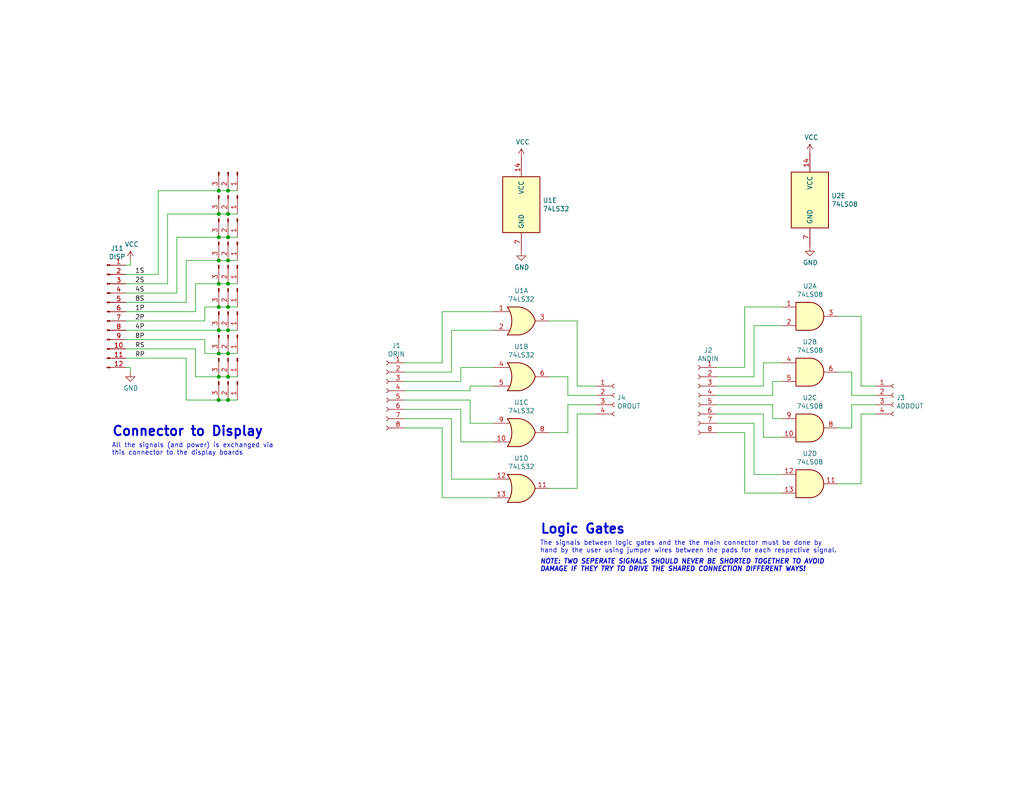
<source format=kicad_sch>
(kicad_sch (version 20211123) (generator eeschema)
  (paper "USLetter")
  (title_block (title "Clock Reset Logic") (date "2021-11-28") (rev "1") (company "Savo Bajic") (comment 1 "Configured using wires soldered between headers") (comment 2 "User configured logic for resetting counters"))
  (lib_symbols
    (symbol "74xx:74LS08" (pin_names (offset 1.016))
      (property "Reference" "U" (at 0 1.27 0))
      (property "Value" "74LS08" (at 0 -1.27 0))
      (symbol "74LS08_1_1"
        (arc (start 0 -3.81) (mid 3.81 0) (end 0 3.81) (stroke (width 0.254)) (fill (type background)))
        (polyline (pts (xy 0 3.81) (xy -3.81 3.81) (xy -3.81 -3.81) (xy 0 -3.81)) (stroke (width 0.254)) (fill (type background)))
        (pin input line (at -7.62 2.54 0) (length 3.81) (name "~") (number "1"))
        (pin input line (at -7.62 -2.54 0) (length 3.81) (name "~") (number "2"))
        (pin output line (at 7.62 0 180) (length 3.81) (name "~") (number "3"))
      )
      (symbol "74LS08_1_2"
        (arc (start -3.81 -3.81) (mid -2.589 0) (end -3.81 3.81) (stroke (width 0.254)))
        (arc (start -0.6096 -3.81) (mid 2.1855 -2.584) (end 3.81 0) (stroke (width 0.254)) (fill (type background)))
        (polyline (pts (xy -3.81 -3.81) (xy -0.635 -3.81)) (stroke (width 0.254)) (fill (type background)))
        (polyline (pts (xy -3.81 3.81) (xy -0.635 3.81)) (stroke (width 0.254)) (fill (type background)))
        (polyline (pts (xy -0.635 3.81) (xy -3.81 3.81) (xy -3.81 3.81) (xy -3.556 3.4036) (xy -3.0226 2.2606) (xy -2.6924 1.0414) (xy -2.6162 -0.254) (xy -2.7686 -1.4986) (xy -3.175 -2.7178) (xy -3.81 -3.81) (xy -3.81 -3.81) (xy -0.635 -3.81)) (stroke (width -25.4)) (fill (type background)))
        (arc (start 3.81 0) (mid 2.1928 2.5925) (end -0.6096 3.81) (stroke (width 0.254)) (fill (type background)))
        (pin input inverted (at -7.62 2.54 0) (length 4.318) (name "~") (number "1"))
        (pin input inverted (at -7.62 -2.54 0) (length 4.318) (name "~") (number "2"))
        (pin output inverted (at 7.62 0 180) (length 3.81) (name "~") (number "3"))
      )
      (symbol "74LS08_2_1"
        (arc (start 0 -3.81) (mid 3.81 0) (end 0 3.81) (stroke (width 0.254)) (fill (type background)))
        (polyline (pts (xy 0 3.81) (xy -3.81 3.81) (xy -3.81 -3.81) (xy 0 -3.81)) (stroke (width 0.254)) (fill (type background)))
        (pin input line (at -7.62 2.54 0) (length 3.81) (name "~") (number "4"))
        (pin input line (at -7.62 -2.54 0) (length 3.81) (name "~") (number "5"))
        (pin output line (at 7.62 0 180) (length 3.81) (name "~") (number "6"))
      )
      (symbol "74LS08_2_2"
        (arc (start -3.81 -3.81) (mid -2.589 0) (end -3.81 3.81) (stroke (width 0.254)))
        (arc (start -0.6096 -3.81) (mid 2.1855 -2.584) (end 3.81 0) (stroke (width 0.254)) (fill (type background)))
        (polyline (pts (xy -3.81 -3.81) (xy -0.635 -3.81)) (stroke (width 0.254)) (fill (type background)))
        (polyline (pts (xy -3.81 3.81) (xy -0.635 3.81)) (stroke (width 0.254)) (fill (type background)))
        (polyline (pts (xy -0.635 3.81) (xy -3.81 3.81) (xy -3.81 3.81) (xy -3.556 3.4036) (xy -3.0226 2.2606) (xy -2.6924 1.0414) (xy -2.6162 -0.254) (xy -2.7686 -1.4986) (xy -3.175 -2.7178) (xy -3.81 -3.81) (xy -3.81 -3.81) (xy -0.635 -3.81)) (stroke (width -25.4)) (fill (type background)))
        (arc (start 3.81 0) (mid 2.1928 2.5925) (end -0.6096 3.81) (stroke (width 0.254)) (fill (type background)))
        (pin input inverted (at -7.62 2.54 0) (length 4.318) (name "~") (number "4"))
        (pin input inverted (at -7.62 -2.54 0) (length 4.318) (name "~") (number "5"))
        (pin output inverted (at 7.62 0 180) (length 3.81) (name "~") (number "6"))
      )
      (symbol "74LS08_3_1"
        (arc (start 0 -3.81) (mid 3.81 0) (end 0 3.81) (stroke (width 0.254)) (fill (type background)))
        (polyline (pts (xy 0 3.81) (xy -3.81 3.81) (xy -3.81 -3.81) (xy 0 -3.81)) (stroke (width 0.254)) (fill (type background)))
        (pin input line (at -7.62 -2.54 0) (length 3.81) (name "~") (number "10"))
        (pin output line (at 7.62 0 180) (length 3.81) (name "~") (number "8"))
        (pin input line (at -7.62 2.54 0) (length 3.81) (name "~") (number "9"))
      )
      (symbol "74LS08_3_2"
        (arc (start -3.81 -3.81) (mid -2.589 0) (end -3.81 3.81) (stroke (width 0.254)))
        (arc (start -0.6096 -3.81) (mid 2.1855 -2.584) (end 3.81 0) (stroke (width 0.254)) (fill (type background)))
        (polyline (pts (xy -3.81 -3.81) (xy -0.635 -3.81)) (stroke (width 0.254)) (fill (type background)))
        (polyline (pts (xy -3.81 3.81) (xy -0.635 3.81)) (stroke (width 0.254)) (fill (type background)))
        (polyline (pts (xy -0.635 3.81) (xy -3.81 3.81) (xy -3.81 3.81) (xy -3.556 3.4036) (xy -3.0226 2.2606) (xy -2.6924 1.0414) (xy -2.6162 -0.254) (xy -2.7686 -1.4986) (xy -3.175 -2.7178) (xy -3.81 -3.81) (xy -3.81 -3.81) (xy -0.635 -3.81)) (stroke (width -25.4)) (fill (type background)))
        (arc (start 3.81 0) (mid 2.1928 2.5925) (end -0.6096 3.81) (stroke (width 0.254)) (fill (type background)))
        (pin input inverted (at -7.62 -2.54 0) (length 4.318) (name "~") (number "10"))
        (pin output inverted (at 7.62 0 180) (length 3.81) (name "~") (number "8"))
        (pin input inverted (at -7.62 2.54 0) (length 4.318) (name "~") (number "9"))
      )
      (symbol "74LS08_4_1"
        (arc (start 0 -3.81) (mid 3.81 0) (end 0 3.81) (stroke (width 0.254)) (fill (type background)))
        (polyline (pts (xy 0 3.81) (xy -3.81 3.81) (xy -3.81 -3.81) (xy 0 -3.81)) (stroke (width 0.254)) (fill (type background)))
        (pin output line (at 7.62 0 180) (length 3.81) (name "~") (number "11"))
        (pin input line (at -7.62 2.54 0) (length 3.81) (name "~") (number "12"))
        (pin input line (at -7.62 -2.54 0) (length 3.81) (name "~") (number "13"))
      )
      (symbol "74LS08_4_2"
        (arc (start -3.81 -3.81) (mid -2.589 0) (end -3.81 3.81) (stroke (width 0.254)))
        (arc (start -0.6096 -3.81) (mid 2.1855 -2.584) (end 3.81 0) (stroke (width 0.254)) (fill (type background)))
        (polyline (pts (xy -3.81 -3.81) (xy -0.635 -3.81)) (stroke (width 0.254)) (fill (type background)))
        (polyline (pts (xy -3.81 3.81) (xy -0.635 3.81)) (stroke (width 0.254)) (fill (type background)))
        (polyline (pts (xy -0.635 3.81) (xy -3.81 3.81) (xy -3.81 3.81) (xy -3.556 3.4036) (xy -3.0226 2.2606) (xy -2.6924 1.0414) (xy -2.6162 -0.254) (xy -2.7686 -1.4986) (xy -3.175 -2.7178) (xy -3.81 -3.81) (xy -3.81 -3.81) (xy -0.635 -3.81)) (stroke (width -25.4)) (fill (type background)))
        (arc (start 3.81 0) (mid 2.1928 2.5925) (end -0.6096 3.81) (stroke (width 0.254)) (fill (type background)))
        (pin output inverted (at 7.62 0 180) (length 3.81) (name "~") (number "11"))
        (pin input inverted (at -7.62 2.54 0) (length 4.318) (name "~") (number "12"))
        (pin input inverted (at -7.62 -2.54 0) (length 4.318) (name "~") (number "13"))
      )
      (symbol "74LS08_5_0"
        (pin power_in line (at 0 12.7 270) (length 5.08) (name "VCC") (number "14"))
        (pin power_in line (at 0 -12.7 90) (length 5.08) (name "GND") (number "7"))
      )
      (symbol "74LS08_5_1"
        (rectangle (start -5.08 7.62) (end 5.08 -7.62) (stroke (width 0.254)) (fill (type background)))
      )
    )
    (symbol "74xx:74LS32" (pin_names (offset 1.016))
      (property "Reference" "U" (at 0 1.27 0))
      (property "Value" "74LS32" (at 0 -1.27 0))
      (symbol "74LS32_1_1"
        (arc (start -3.81 -3.81) (mid -2.589 0) (end -3.81 3.81) (stroke (width 0.254)))
        (arc (start -0.6096 -3.81) (mid 2.1855 -2.584) (end 3.81 0) (stroke (width 0.254)) (fill (type background)))
        (polyline (pts (xy -3.81 -3.81) (xy -0.635 -3.81)) (stroke (width 0.254)) (fill (type background)))
        (polyline (pts (xy -3.81 3.81) (xy -0.635 3.81)) (stroke (width 0.254)) (fill (type background)))
        (polyline (pts (xy -0.635 3.81) (xy -3.81 3.81) (xy -3.81 3.81) (xy -3.556 3.4036) (xy -3.0226 2.2606) (xy -2.6924 1.0414) (xy -2.6162 -0.254) (xy -2.7686 -1.4986) (xy -3.175 -2.7178) (xy -3.81 -3.81) (xy -3.81 -3.81) (xy -0.635 -3.81)) (stroke (width -25.4)) (fill (type background)))
        (arc (start 3.81 0) (mid 2.1928 2.5925) (end -0.6096 3.81) (stroke (width 0.254)) (fill (type background)))
        (pin input line (at -7.62 2.54 0) (length 4.318) (name "~") (number "1"))
        (pin input line (at -7.62 -2.54 0) (length 4.318) (name "~") (number "2"))
        (pin output line (at 7.62 0 180) (length 3.81) (name "~") (number "3"))
      )
      (symbol "74LS32_1_2"
        (arc (start 0 -3.81) (mid 3.81 0) (end 0 3.81) (stroke (width 0.254)) (fill (type background)))
        (polyline (pts (xy 0 3.81) (xy -3.81 3.81) (xy -3.81 -3.81) (xy 0 -3.81)) (stroke (width 0.254)) (fill (type background)))
        (pin input inverted (at -7.62 2.54 0) (length 3.81) (name "~") (number "1"))
        (pin input inverted (at -7.62 -2.54 0) (length 3.81) (name "~") (number "2"))
        (pin output inverted (at 7.62 0 180) (length 3.81) (name "~") (number "3"))
      )
      (symbol "74LS32_2_1"
        (arc (start -3.81 -3.81) (mid -2.589 0) (end -3.81 3.81) (stroke (width 0.254)))
        (arc (start -0.6096 -3.81) (mid 2.1855 -2.584) (end 3.81 0) (stroke (width 0.254)) (fill (type background)))
        (polyline (pts (xy -3.81 -3.81) (xy -0.635 -3.81)) (stroke (width 0.254)) (fill (type background)))
        (polyline (pts (xy -3.81 3.81) (xy -0.635 3.81)) (stroke (width 0.254)) (fill (type background)))
        (polyline (pts (xy -0.635 3.81) (xy -3.81 3.81) (xy -3.81 3.81) (xy -3.556 3.4036) (xy -3.0226 2.2606) (xy -2.6924 1.0414) (xy -2.6162 -0.254) (xy -2.7686 -1.4986) (xy -3.175 -2.7178) (xy -3.81 -3.81) (xy -3.81 -3.81) (xy -0.635 -3.81)) (stroke (width -25.4)) (fill (type background)))
        (arc (start 3.81 0) (mid 2.1928 2.5925) (end -0.6096 3.81) (stroke (width 0.254)) (fill (type background)))
        (pin input line (at -7.62 2.54 0) (length 4.318) (name "~") (number "4"))
        (pin input line (at -7.62 -2.54 0) (length 4.318) (name "~") (number "5"))
        (pin output line (at 7.62 0 180) (length 3.81) (name "~") (number "6"))
      )
      (symbol "74LS32_2_2"
        (arc (start 0 -3.81) (mid 3.81 0) (end 0 3.81) (stroke (width 0.254)) (fill (type background)))
        (polyline (pts (xy 0 3.81) (xy -3.81 3.81) (xy -3.81 -3.81) (xy 0 -3.81)) (stroke (width 0.254)) (fill (type background)))
        (pin input inverted (at -7.62 2.54 0) (length 3.81) (name "~") (number "4"))
        (pin input inverted (at -7.62 -2.54 0) (length 3.81) (name "~") (number "5"))
        (pin output inverted (at 7.62 0 180) (length 3.81) (name "~") (number "6"))
      )
      (symbol "74LS32_3_1"
        (arc (start -3.81 -3.81) (mid -2.589 0) (end -3.81 3.81) (stroke (width 0.254)))
        (arc (start -0.6096 -3.81) (mid 2.1855 -2.584) (end 3.81 0) (stroke (width 0.254)) (fill (type background)))
        (polyline (pts (xy -3.81 -3.81) (xy -0.635 -3.81)) (stroke (width 0.254)) (fill (type background)))
        (polyline (pts (xy -3.81 3.81) (xy -0.635 3.81)) (stroke (width 0.254)) (fill (type background)))
        (polyline (pts (xy -0.635 3.81) (xy -3.81 3.81) (xy -3.81 3.81) (xy -3.556 3.4036) (xy -3.0226 2.2606) (xy -2.6924 1.0414) (xy -2.6162 -0.254) (xy -2.7686 -1.4986) (xy -3.175 -2.7178) (xy -3.81 -3.81) (xy -3.81 -3.81) (xy -0.635 -3.81)) (stroke (width -25.4)) (fill (type background)))
        (arc (start 3.81 0) (mid 2.1928 2.5925) (end -0.6096 3.81) (stroke (width 0.254)) (fill (type background)))
        (pin input line (at -7.62 -2.54 0) (length 4.318) (name "~") (number "10"))
        (pin output line (at 7.62 0 180) (length 3.81) (name "~") (number "8"))
        (pin input line (at -7.62 2.54 0) (length 4.318) (name "~") (number "9"))
      )
      (symbol "74LS32_3_2"
        (arc (start 0 -3.81) (mid 3.81 0) (end 0 3.81) (stroke (width 0.254)) (fill (type background)))
        (polyline (pts (xy 0 3.81) (xy -3.81 3.81) (xy -3.81 -3.81) (xy 0 -3.81)) (stroke (width 0.254)) (fill (type background)))
        (pin input inverted (at -7.62 -2.54 0) (length 3.81) (name "~") (number "10"))
        (pin output inverted (at 7.62 0 180) (length 3.81) (name "~") (number "8"))
        (pin input inverted (at -7.62 2.54 0) (length 3.81) (name "~") (number "9"))
      )
      (symbol "74LS32_4_1"
        (arc (start -3.81 -3.81) (mid -2.589 0) (end -3.81 3.81) (stroke (width 0.254)))
        (arc (start -0.6096 -3.81) (mid 2.1855 -2.584) (end 3.81 0) (stroke (width 0.254)) (fill (type background)))
        (polyline (pts (xy -3.81 -3.81) (xy -0.635 -3.81)) (stroke (width 0.254)) (fill (type background)))
        (polyline (pts (xy -3.81 3.81) (xy -0.635 3.81)) (stroke (width 0.254)) (fill (type background)))
        (polyline (pts (xy -0.635 3.81) (xy -3.81 3.81) (xy -3.81 3.81) (xy -3.556 3.4036) (xy -3.0226 2.2606) (xy -2.6924 1.0414) (xy -2.6162 -0.254) (xy -2.7686 -1.4986) (xy -3.175 -2.7178) (xy -3.81 -3.81) (xy -3.81 -3.81) (xy -0.635 -3.81)) (stroke (width -25.4)) (fill (type background)))
        (arc (start 3.81 0) (mid 2.1928 2.5925) (end -0.6096 3.81) (stroke (width 0.254)) (fill (type background)))
        (pin output line (at 7.62 0 180) (length 3.81) (name "~") (number "11"))
        (pin input line (at -7.62 2.54 0) (length 4.318) (name "~") (number "12"))
        (pin input line (at -7.62 -2.54 0) (length 4.318) (name "~") (number "13"))
      )
      (symbol "74LS32_4_2"
        (arc (start 0 -3.81) (mid 3.81 0) (end 0 3.81) (stroke (width 0.254)) (fill (type background)))
        (polyline (pts (xy 0 3.81) (xy -3.81 3.81) (xy -3.81 -3.81) (xy 0 -3.81)) (stroke (width 0.254)) (fill (type background)))
        (pin output inverted (at 7.62 0 180) (length 3.81) (name "~") (number "11"))
        (pin input inverted (at -7.62 2.54 0) (length 3.81) (name "~") (number "12"))
        (pin input inverted (at -7.62 -2.54 0) (length 3.81) (name "~") (number "13"))
      )
      (symbol "74LS32_5_0"
        (pin power_in line (at 0 12.7 270) (length 5.08) (name "VCC") (number "14"))
        (pin power_in line (at 0 -12.7 90) (length 5.08) (name "GND") (number "7"))
      )
      (symbol "74LS32_5_1"
        (rectangle (start -5.08 7.62) (end 5.08 -7.62) (stroke (width 0.254)) (fill (type background)))
      )
    )
    (symbol "Connector:Conn_01x03_Male" (pin_names (offset 1.016) hide)
      (property "Reference" "J" (at 0 5.08 0))
      (property "Value" "Conn_01x03_Male" (at 0 -5.08 0))
      (symbol "Conn_01x03_Male_1_1"
        (polyline (pts (xy 1.27 -2.54) (xy 0.8636 -2.54)) (stroke (width 0.1524)))
        (polyline (pts (xy 1.27 0) (xy 0.8636 0)) (stroke (width 0.1524)))
        (polyline (pts (xy 1.27 2.54) (xy 0.8636 2.54)) (stroke (width 0.1524)))
        (rectangle (start 0.8636 -2.413) (end 0 -2.667) (stroke (width 0.1524)) (fill (type outline)))
        (rectangle (start 0.8636 0.127) (end 0 -0.127) (stroke (width 0.1524)) (fill (type outline)))
        (rectangle (start 0.8636 2.667) (end 0 2.413) (stroke (width 0.1524)) (fill (type outline)))
        (pin passive line (at 5.08 2.54 180) (length 3.81) (name "Pin_1") (number "1"))
        (pin passive line (at 5.08 0 180) (length 3.81) (name "Pin_2") (number "2"))
        (pin passive line (at 5.08 -2.54 180) (length 3.81) (name "Pin_3") (number "3"))
      )
    )
    (symbol "Connector:Conn_01x04_Female" (pin_names (offset 1.016) hide)
      (property "Reference" "J" (at 0 5.08 0))
      (property "Value" "Conn_01x04_Female" (at 0 -7.62 0))
      (symbol "Conn_01x04_Female_1_1"
        (arc (start 0 -4.572) (mid -0.508 -5.08) (end 0 -5.588) (stroke (width 0.1524)))
        (arc (start 0 -2.032) (mid -0.508 -2.54) (end 0 -3.048) (stroke (width 0.1524)))
        (polyline (pts (xy -1.27 -5.08) (xy -0.508 -5.08)) (stroke (width 0.1524)))
        (polyline (pts (xy -1.27 -2.54) (xy -0.508 -2.54)) (stroke (width 0.1524)))
        (polyline (pts (xy -1.27 0) (xy -0.508 0)) (stroke (width 0.1524)))
        (polyline (pts (xy -1.27 2.54) (xy -0.508 2.54)) (stroke (width 0.1524)))
        (arc (start 0 0.508) (mid -0.508 0) (end 0 -0.508) (stroke (width 0.1524)))
        (arc (start 0 3.048) (mid -0.508 2.54) (end 0 2.032) (stroke (width 0.1524)))
        (pin passive line (at -5.08 2.54 0) (length 3.81) (name "Pin_1") (number "1"))
        (pin passive line (at -5.08 0 0) (length 3.81) (name "Pin_2") (number "2"))
        (pin passive line (at -5.08 -2.54 0) (length 3.81) (name "Pin_3") (number "3"))
        (pin passive line (at -5.08 -5.08 0) (length 3.81) (name "Pin_4") (number "4"))
      )
    )
    (symbol "Connector:Conn_01x08_Female" (pin_names (offset 1.016) hide)
      (property "Reference" "J" (at 0 10.16 0))
      (property "Value" "Conn_01x08_Female" (at 0 -12.7 0))
      (symbol "Conn_01x08_Female_1_1"
        (arc (start 0 -9.652) (mid -0.508 -10.16) (end 0 -10.668) (stroke (width 0.1524)))
        (arc (start 0 -7.112) (mid -0.508 -7.62) (end 0 -8.128) (stroke (width 0.1524)))
        (arc (start 0 -4.572) (mid -0.508 -5.08) (end 0 -5.588) (stroke (width 0.1524)))
        (arc (start 0 -2.032) (mid -0.508 -2.54) (end 0 -3.048) (stroke (width 0.1524)))
        (polyline (pts (xy -1.27 -10.16) (xy -0.508 -10.16)) (stroke (width 0.1524)))
        (polyline (pts (xy -1.27 -7.62) (xy -0.508 -7.62)) (stroke (width 0.1524)))
        (polyline (pts (xy -1.27 -5.08) (xy -0.508 -5.08)) (stroke (width 0.1524)))
        (polyline (pts (xy -1.27 -2.54) (xy -0.508 -2.54)) (stroke (width 0.1524)))
        (polyline (pts (xy -1.27 0) (xy -0.508 0)) (stroke (width 0.1524)))
        (polyline (pts (xy -1.27 2.54) (xy -0.508 2.54)) (stroke (width 0.1524)))
        (polyline (pts (xy -1.27 5.08) (xy -0.508 5.08)) (stroke (width 0.1524)))
        (polyline (pts (xy -1.27 7.62) (xy -0.508 7.62)) (stroke (width 0.1524)))
        (arc (start 0 0.508) (mid -0.508 0) (end 0 -0.508) (stroke (width 0.1524)))
        (arc (start 0 3.048) (mid -0.508 2.54) (end 0 2.032) (stroke (width 0.1524)))
        (arc (start 0 5.588) (mid -0.508 5.08) (end 0 4.572) (stroke (width 0.1524)))
        (arc (start 0 8.128) (mid -0.508 7.62) (end 0 7.112) (stroke (width 0.1524)))
        (pin passive line (at -5.08 7.62 0) (length 3.81) (name "Pin_1") (number "1"))
        (pin passive line (at -5.08 5.08 0) (length 3.81) (name "Pin_2") (number "2"))
        (pin passive line (at -5.08 2.54 0) (length 3.81) (name "Pin_3") (number "3"))
        (pin passive line (at -5.08 0 0) (length 3.81) (name "Pin_4") (number "4"))
        (pin passive line (at -5.08 -2.54 0) (length 3.81) (name "Pin_5") (number "5"))
        (pin passive line (at -5.08 -5.08 0) (length 3.81) (name "Pin_6") (number "6"))
        (pin passive line (at -5.08 -7.62 0) (length 3.81) (name "Pin_7") (number "7"))
        (pin passive line (at -5.08 -10.16 0) (length 3.81) (name "Pin_8") (number "8"))
      )
    )
    (symbol "Connector:Conn_01x12_Male" (pin_names (offset 1.016) hide)
      (property "Reference" "J" (at 0 15.24 0))
      (property "Value" "Conn_01x12_Male" (at 0 -17.78 0))
      (symbol "Conn_01x12_Male_1_1"
        (polyline (pts (xy 1.27 -15.24) (xy 0.8636 -15.24)) (stroke (width 0.1524)))
        (polyline (pts (xy 1.27 -12.7) (xy 0.8636 -12.7)) (stroke (width 0.1524)))
        (polyline (pts (xy 1.27 -10.16) (xy 0.8636 -10.16)) (stroke (width 0.1524)))
        (polyline (pts (xy 1.27 -7.62) (xy 0.8636 -7.62)) (stroke (width 0.1524)))
        (polyline (pts (xy 1.27 -5.08) (xy 0.8636 -5.08)) (stroke (width 0.1524)))
        (polyline (pts (xy 1.27 -2.54) (xy 0.8636 -2.54)) (stroke (width 0.1524)))
        (polyline (pts (xy 1.27 0) (xy 0.8636 0)) (stroke (width 0.1524)))
        (polyline (pts (xy 1.27 2.54) (xy 0.8636 2.54)) (stroke (width 0.1524)))
        (polyline (pts (xy 1.27 5.08) (xy 0.8636 5.08)) (stroke (width 0.1524)))
        (polyline (pts (xy 1.27 7.62) (xy 0.8636 7.62)) (stroke (width 0.1524)))
        (polyline (pts (xy 1.27 10.16) (xy 0.8636 10.16)) (stroke (width 0.1524)))
        (polyline (pts (xy 1.27 12.7) (xy 0.8636 12.7)) (stroke (width 0.1524)))
        (rectangle (start 0.8636 -15.113) (end 0 -15.367) (stroke (width 0.1524)) (fill (type outline)))
        (rectangle (start 0.8636 -12.573) (end 0 -12.827) (stroke (width 0.1524)) (fill (type outline)))
        (rectangle (start 0.8636 -10.033) (end 0 -10.287) (stroke (width 0.1524)) (fill (type outline)))
        (rectangle (start 0.8636 -7.493) (end 0 -7.747) (stroke (width 0.1524)) (fill (type outline)))
        (rectangle (start 0.8636 -4.953) (end 0 -5.207) (stroke (width 0.1524)) (fill (type outline)))
        (rectangle (start 0.8636 -2.413) (end 0 -2.667) (stroke (width 0.1524)) (fill (type outline)))
        (rectangle (start 0.8636 0.127) (end 0 -0.127) (stroke (width 0.1524)) (fill (type outline)))
        (rectangle (start 0.8636 2.667) (end 0 2.413) (stroke (width 0.1524)) (fill (type outline)))
        (rectangle (start 0.8636 5.207) (end 0 4.953) (stroke (width 0.1524)) (fill (type outline)))
        (rectangle (start 0.8636 7.747) (end 0 7.493) (stroke (width 0.1524)) (fill (type outline)))
        (rectangle (start 0.8636 10.287) (end 0 10.033) (stroke (width 0.1524)) (fill (type outline)))
        (rectangle (start 0.8636 12.827) (end 0 12.573) (stroke (width 0.1524)) (fill (type outline)))
        (pin passive line (at 5.08 12.7 180) (length 3.81) (name "Pin_1") (number "1"))
        (pin passive line (at 5.08 -10.16 180) (length 3.81) (name "Pin_10") (number "10"))
        (pin passive line (at 5.08 -12.7 180) (length 3.81) (name "Pin_11") (number "11"))
        (pin passive line (at 5.08 -15.24 180) (length 3.81) (name "Pin_12") (number "12"))
        (pin passive line (at 5.08 10.16 180) (length 3.81) (name "Pin_2") (number "2"))
        (pin passive line (at 5.08 7.62 180) (length 3.81) (name "Pin_3") (number "3"))
        (pin passive line (at 5.08 5.08 180) (length 3.81) (name "Pin_4") (number "4"))
        (pin passive line (at 5.08 2.54 180) (length 3.81) (name "Pin_5") (number "5"))
        (pin passive line (at 5.08 0 180) (length 3.81) (name "Pin_6") (number "6"))
        (pin passive line (at 5.08 -2.54 180) (length 3.81) (name "Pin_7") (number "7"))
        (pin passive line (at 5.08 -5.08 180) (length 3.81) (name "Pin_8") (number "8"))
        (pin passive line (at 5.08 -7.62 180) (length 3.81) (name "Pin_9") (number "9"))
      )
    )
    (symbol "power:GND" (power) (pin_names (offset 0))
      (property "Value" "GND" (at 0 -3.81 0))
      (symbol "GND_0_1"
        (polyline (pts (xy 0 0) (xy 0 -1.27) (xy 1.27 -1.27) (xy 0 -2.54) (xy -1.27 -1.27) (xy 0 -1.27)))
      )
      (symbol "GND_1_1"
        (pin power_in line (at 0 0 270) (length 0) hide (name "GND") (number "1"))
      )
    )
    (symbol "power:VCC" (power) (pin_names (offset 0))
      (property "Value" "VCC" (at 0 3.81 0))
      (symbol "VCC_0_1"
        (polyline (pts (xy -0.762 1.27) (xy 0 2.54)))
        (polyline (pts (xy 0 0) (xy 0 2.54)))
        (polyline (pts (xy 0 2.54) (xy 0.762 1.27)))
      )
      (symbol "VCC_1_1"
        (pin power_in line (at 0 0 90) (length 0) hide (name "VCC") (number "1"))
      )
    )
  )
  (junction (at 62.23 52.07))
  (junction (at 59.69 96.52))
  (junction (at 62.23 64.77))
  (junction (at 59.69 109.22))
  (junction (at 59.69 77.47))
  (junction (at 59.69 83.82))
  (junction (at 62.23 102.87))
  (junction (at 59.69 102.87))
  (junction (at 62.23 83.82))
  (junction (at 62.23 58.42))
  (junction (at 59.69 90.17))
  (junction (at 59.69 52.07))
  (junction (at 62.23 90.17))
  (junction (at 62.23 109.22))
  (junction (at 59.69 71.12))
  (junction (at 59.69 58.42))
  (junction (at 62.23 96.52))
  (junction (at 59.69 64.77))
  (junction (at 62.23 71.12))
  (junction (at 62.23 77.47))
  (wire (pts (xy 110.49 104.14) (xy 125.73 104.14)))
  (wire (pts (xy 125.73 100.33) (xy 134.62 100.33)))
  (wire (pts (xy 50.8 82.55) (xy 50.8 71.12)))
  (wire (pts (xy 55.88 87.63) (xy 55.88 83.82)))
  (wire (pts (xy 210.82 110.49) (xy 195.58 110.49)))
  (wire (pts (xy 162.56 110.49) (xy 154.94 110.49)))
  (wire (pts (xy 213.36 88.9) (xy 205.74 88.9)))
  (wire (pts (xy 120.65 85.09) (xy 134.62 85.09)))
  (wire (pts (xy 123.19 90.17) (xy 134.62 90.17)))
  (wire (pts (xy 128.27 109.22) (xy 128.27 115.57)))
  (wire (pts (xy 59.69 102.87) (xy 53.34 102.87)))
  (wire (pts (xy 232.41 116.84) (xy 232.41 110.49)))
  (wire (pts (xy 154.94 118.11) (xy 149.86 118.11)))
  (wire (pts (xy 34.29 85.09) (xy 53.34 85.09)))
  (wire (pts (xy 35.56 100.33) (xy 35.56 101.6)))
  (wire (pts (xy 34.29 87.63) (xy 55.88 87.63)))
  (wire (pts (xy 34.29 97.79) (xy 50.8 97.79)))
  (wire (pts (xy 205.74 115.57) (xy 195.58 115.57)))
  (wire (pts (xy 123.19 101.6) (xy 110.49 101.6)))
  (wire (pts (xy 110.49 106.68) (xy 128.27 106.68)))
  (wire (pts (xy 238.76 113.03) (xy 234.95 113.03)))
  (wire (pts (xy 34.29 100.33) (xy 35.56 100.33)))
  (wire (pts (xy 203.2 134.62) (xy 213.36 134.62)))
  (wire (pts (xy 62.23 96.52) (xy 64.77 96.52)))
  (wire (pts (xy 53.34 95.25) (xy 34.29 95.25)))
  (wire (pts (xy 234.95 105.41) (xy 238.76 105.41)))
  (wire (pts (xy 157.48 113.03) (xy 162.56 113.03)))
  (wire (pts (xy 162.56 105.41) (xy 157.48 105.41)))
  (wire (pts (xy 120.65 99.06) (xy 120.65 85.09)))
  (wire (pts (xy 157.48 133.35) (xy 157.48 113.03)))
  (wire (pts (xy 123.19 130.81) (xy 134.62 130.81)))
  (wire (pts (xy 59.69 52.07) (xy 62.23 52.07)))
  (wire (pts (xy 55.88 92.71) (xy 55.88 96.52)))
  (wire (pts (xy 43.18 74.93) (xy 43.18 52.07)))
  (wire (pts (xy 110.49 109.22) (xy 128.27 109.22)))
  (wire (pts (xy 208.28 119.38) (xy 213.36 119.38)))
  (wire (pts (xy 50.8 97.79) (xy 50.8 109.22)))
  (wire (pts (xy 34.29 72.39) (xy 35.56 72.39)))
  (wire (pts (xy 62.23 90.17) (xy 64.77 90.17)))
  (wire (pts (xy 128.27 106.68) (xy 128.27 105.41)))
  (wire (pts (xy 210.82 114.3) (xy 210.82 110.49)))
  (wire (pts (xy 208.28 99.06) (xy 208.28 105.41)))
  (wire (pts (xy 59.69 64.77) (xy 62.23 64.77)))
  (wire (pts (xy 125.73 111.76) (xy 110.49 111.76)))
  (wire (pts (xy 62.23 83.82) (xy 64.77 83.82)))
  (wire (pts (xy 53.34 102.87) (xy 53.34 95.25)))
  (wire (pts (xy 34.29 90.17) (xy 59.69 90.17)))
  (wire (pts (xy 203.2 100.33) (xy 203.2 83.82)))
  (wire (pts (xy 34.29 80.01) (xy 48.26 80.01)))
  (wire (pts (xy 149.86 102.87) (xy 154.94 102.87)))
  (wire (pts (xy 48.26 64.77) (xy 59.69 64.77)))
  (wire (pts (xy 53.34 77.47) (xy 59.69 77.47)))
  (wire (pts (xy 34.29 74.93) (xy 43.18 74.93)))
  (wire (pts (xy 62.23 71.12) (xy 64.77 71.12)))
  (wire (pts (xy 34.29 92.71) (xy 55.88 92.71)))
  (wire (pts (xy 59.69 71.12) (xy 62.23 71.12)))
  (wire (pts (xy 203.2 83.82) (xy 213.36 83.82)))
  (wire (pts (xy 55.88 96.52) (xy 59.69 96.52)))
  (wire (pts (xy 123.19 90.17) (xy 123.19 101.6)))
  (wire (pts (xy 123.19 114.3) (xy 123.19 130.81)))
  (wire (pts (xy 208.28 113.03) (xy 208.28 119.38)))
  (wire (pts (xy 43.18 52.07) (xy 59.69 52.07)))
  (wire (pts (xy 238.76 107.95) (xy 232.41 107.95)))
  (wire (pts (xy 232.41 110.49) (xy 238.76 110.49)))
  (wire (pts (xy 210.82 104.14) (xy 213.36 104.14)))
  (wire (pts (xy 59.69 96.52) (xy 62.23 96.52)))
  (wire (pts (xy 205.74 102.87) (xy 195.58 102.87)))
  (wire (pts (xy 154.94 107.95) (xy 162.56 107.95)))
  (wire (pts (xy 154.94 110.49) (xy 154.94 118.11)))
  (wire (pts (xy 128.27 105.41) (xy 134.62 105.41)))
  (wire (pts (xy 62.23 64.77) (xy 64.77 64.77)))
  (wire (pts (xy 110.49 99.06) (xy 120.65 99.06)))
  (wire (pts (xy 128.27 115.57) (xy 134.62 115.57)))
  (wire (pts (xy 35.56 72.39) (xy 35.56 71.12)))
  (wire (pts (xy 50.8 71.12) (xy 59.69 71.12)))
  (wire (pts (xy 195.58 107.95) (xy 210.82 107.95)))
  (wire (pts (xy 157.48 87.63) (xy 149.86 87.63)))
  (wire (pts (xy 48.26 80.01) (xy 48.26 64.77)))
  (wire (pts (xy 62.23 58.42) (xy 64.77 58.42)))
  (wire (pts (xy 213.36 114.3) (xy 210.82 114.3)))
  (wire (pts (xy 228.6 86.36) (xy 234.95 86.36)))
  (wire (pts (xy 62.23 52.07) (xy 64.77 52.07)))
  (wire (pts (xy 157.48 105.41) (xy 157.48 87.63)))
  (wire (pts (xy 125.73 120.65) (xy 125.73 111.76)))
  (wire (pts (xy 213.36 129.54) (xy 205.74 129.54)))
  (wire (pts (xy 34.29 82.55) (xy 50.8 82.55)))
  (wire (pts (xy 232.41 107.95) (xy 232.41 101.6)))
  (wire (pts (xy 110.49 114.3) (xy 123.19 114.3)))
  (wire (pts (xy 62.23 102.87) (xy 64.77 102.87)))
  (wire (pts (xy 205.74 88.9) (xy 205.74 102.87)))
  (wire (pts (xy 59.69 77.47) (xy 62.23 77.47)))
  (wire (pts (xy 234.95 132.08) (xy 228.6 132.08)))
  (wire (pts (xy 228.6 116.84) (xy 232.41 116.84)))
  (wire (pts (xy 120.65 135.89) (xy 120.65 116.84)))
  (wire (pts (xy 195.58 118.11) (xy 203.2 118.11)))
  (wire (pts (xy 125.73 104.14) (xy 125.73 100.33)))
  (wire (pts (xy 210.82 107.95) (xy 210.82 104.14)))
  (wire (pts (xy 203.2 118.11) (xy 203.2 134.62)))
  (wire (pts (xy 208.28 105.41) (xy 195.58 105.41)))
  (wire (pts (xy 154.94 102.87) (xy 154.94 107.95)))
  (wire (pts (xy 234.95 113.03) (xy 234.95 132.08)))
  (wire (pts (xy 45.72 58.42) (xy 59.69 58.42)))
  (wire (pts (xy 62.23 102.87) (xy 59.69 102.87)))
  (wire (pts (xy 50.8 109.22) (xy 59.69 109.22)))
  (wire (pts (xy 45.72 77.47) (xy 45.72 58.42)))
  (wire (pts (xy 195.58 113.03) (xy 208.28 113.03)))
  (wire (pts (xy 34.29 77.47) (xy 45.72 77.47)))
  (wire (pts (xy 149.86 133.35) (xy 157.48 133.35)))
  (wire (pts (xy 120.65 116.84) (xy 110.49 116.84)))
  (wire (pts (xy 134.62 135.89) (xy 120.65 135.89)))
  (wire (pts (xy 205.74 129.54) (xy 205.74 115.57)))
  (wire (pts (xy 234.95 86.36) (xy 234.95 105.41)))
  (wire (pts (xy 55.88 83.82) (xy 59.69 83.82)))
  (wire (pts (xy 195.58 100.33) (xy 203.2 100.33)))
  (wire (pts (xy 213.36 99.06) (xy 208.28 99.06)))
  (wire (pts (xy 59.69 90.17) (xy 62.23 90.17)))
  (wire (pts (xy 59.69 83.82) (xy 62.23 83.82)))
  (wire (pts (xy 59.69 109.22) (xy 62.23 109.22)))
  (wire (pts (xy 59.69 58.42) (xy 62.23 58.42)))
  (wire (pts (xy 232.41 101.6) (xy 228.6 101.6)))
  (wire (pts (xy 62.23 77.47) (xy 64.77 77.47)))
  (wire (pts (xy 134.62 120.65) (xy 125.73 120.65)))
  (wire (pts (xy 53.34 85.09) (xy 53.34 77.47)))
  (wire (pts (xy 62.23 109.22) (xy 64.77 109.22)))
  (text "Logic Gates" (at 147.32 146.05 0) (effects (font (size 2.5654 2.5654) (thickness 0.5131) bold) (justify left bottom)))
  (text "Connector to Display" (at 30.48 119.38 0) (effects (font (size 2.5654 2.5654) (thickness 0.5131) bold) (justify left bottom)))
  (text "NOTE: TWO SEPERATE SIGNALS SHOULD NEVER BE SHORTED TOGETHER TO AVOID\nDAMAGE IF THEY TRY TO DRIVE THE SHARED CONNECTION DIFFERENT WAYS!" (at 147.32 156.21 0) (effects (font (size 1.27 1.27) (thickness 0.254) bold italic) (justify left bottom)))
  (text "The signals between logic gates and the the main connector must be done by\nhand by the user using jumper wires between the pads for each respective signal." (at 147.32 151.13 0) (effects (font (size 1.27 1.27)) (justify left bottom)))
  (text "All the signals (and power) is exchanged via \nthis connector to the display boards" (at 30.48 124.46 0) (effects (font (size 1.27 1.27)) (justify left bottom)))
  (label "2S" (at 36.83 77.47 0))
  (label "8P" (at 36.83 92.71 0))
  (label "RP" (at 36.83 97.79 0))
  (label "4S" (at 36.83 80.01 0))
  (label "RS" (at 36.83 95.25 0))
  (label "1P" (at 36.83 85.09 0))
  (label "1S" (at 36.83 74.93 0))
  (label "4P" (at 36.83 90.17 0))
  (label "8S" (at 36.83 82.55 0))
  (label "2P" (at 36.83 87.63 0))
  (symbol (lib_id "74xx:74LS08") (at 220.98 86.36 0) (unit 1)
    (property "Reference" "U2" (at 220.98 78.105 0))
    (property "Value" "74LS08" (at 220.98 80.4164 0))
    (property "Footprint" "Package_DIP:DIP-14_W7.62mm_Socket" (effects hide))
    (property "Datasheet" "http://www.ti.com/lit/gpn/sn74LS08" (effects hide))
  )
  (symbol (lib_id "74xx:74LS08") (at 220.98 101.6 0) (unit 2)
    (property "Reference" "U2" (at 220.98 93.345 0))
    (property "Value" "74LS08" (at 220.98 95.6564 0))
    (property "Footprint" "Package_DIP:DIP-14_W7.62mm_Socket" (effects hide))
    (property "Datasheet" "http://www.ti.com/lit/gpn/sn74LS08" (effects hide))
  )
  (symbol (lib_id "74xx:74LS08") (at 220.98 116.84 0) (unit 3)
    (property "Reference" "U2" (at 220.98 108.585 0))
    (property "Value" "74LS08" (at 220.98 110.8964 0))
    (property "Footprint" "Package_DIP:DIP-14_W7.62mm_Socket" (effects hide))
    (property "Datasheet" "http://www.ti.com/lit/gpn/sn74LS08" (effects hide))
  )
  (symbol (lib_id "74xx:74LS08") (at 220.98 132.08 0) (unit 4)
    (property "Reference" "U2" (at 220.98 123.825 0))
    (property "Value" "74LS08" (at 220.98 126.1364 0))
    (property "Footprint" "Package_DIP:DIP-14_W7.62mm_Socket" (effects hide))
    (property "Datasheet" "http://www.ti.com/lit/gpn/sn74LS08" (effects hide))
  )
  (symbol (lib_id "74xx:74LS08") (at 220.98 54.61 0) (unit 5)
    (property "Reference" "U2" (at 226.822 53.4416 0) (effects (justify left)))
    (property "Value" "74LS08" (at 226.822 55.753 0) (effects (justify left)))
    (property "Footprint" "Package_DIP:DIP-14_W7.62mm_Socket" (effects hide))
    (property "Datasheet" "http://www.ti.com/lit/gpn/sn74LS08" (effects hide))
  )
  (symbol (lib_id "74xx:74LS32") (at 142.24 87.63 0) (unit 1)
    (property "Reference" "U1" (at 142.24 79.375 0))
    (property "Value" "74LS32" (at 142.24 81.6864 0))
    (property "Footprint" "Package_DIP:DIP-14_W7.62mm_Socket" (effects hide))
    (property "Datasheet" "http://www.ti.com/lit/gpn/sn74LS32" (effects hide))
  )
  (symbol (lib_id "74xx:74LS32") (at 142.24 102.87 0) (unit 2)
    (property "Reference" "U1" (at 142.24 94.615 0))
    (property "Value" "74LS32" (at 142.24 96.9264 0))
    (property "Footprint" "Package_DIP:DIP-14_W7.62mm_Socket" (effects hide))
    (property "Datasheet" "http://www.ti.com/lit/gpn/sn74LS32" (effects hide))
  )
  (symbol (lib_id "74xx:74LS32") (at 142.24 118.11 0) (unit 3)
    (property "Reference" "U1" (at 142.24 109.855 0))
    (property "Value" "74LS32" (at 142.24 112.1664 0))
    (property "Footprint" "Package_DIP:DIP-14_W7.62mm_Socket" (effects hide))
    (property "Datasheet" "http://www.ti.com/lit/gpn/sn74LS32" (effects hide))
  )
  (symbol (lib_id "74xx:74LS32") (at 142.24 133.35 0) (unit 4)
    (property "Reference" "U1" (at 142.24 125.095 0))
    (property "Value" "74LS32" (at 142.24 127.4064 0))
    (property "Footprint" "Package_DIP:DIP-14_W7.62mm_Socket" (effects hide))
    (property "Datasheet" "http://www.ti.com/lit/gpn/sn74LS32" (effects hide))
  )
  (symbol (lib_id "74xx:74LS32") (at 142.24 55.88 0) (unit 5)
    (property "Reference" "U1" (at 148.082 54.7116 0) (effects (justify left)))
    (property "Value" "74LS32" (at 148.082 57.023 0) (effects (justify left)))
    (property "Footprint" "Package_DIP:DIP-14_W7.62mm_Socket" (effects hide))
    (property "Datasheet" "http://www.ti.com/lit/gpn/sn74LS32" (effects hide))
  )
  (symbol (lib_id "power:GND") (at 142.24 68.58 0) (unit 1)
    (property "Reference" "#PWR0101" (effects hide))
    (property "Value" "GND" (at 142.367 72.9742 0))
  )
  (symbol (lib_id "power:GND") (at 220.98 67.31 0) (unit 1)
    (property "Reference" "#PWR0102" (effects hide))
    (property "Value" "GND" (at 221.107 71.7042 0))
  )
  (symbol (lib_id "power:VCC") (at 142.24 43.18 0) (unit 1)
    (property "Reference" "#PWR0103" (effects hide))
    (property "Value" "VCC" (at 142.621 38.7858 0))
  )
  (symbol (lib_id "power:VCC") (at 220.98 41.91 0) (unit 1)
    (property "Reference" "#PWR0104" (effects hide))
    (property "Value" "VCC" (at 221.361 37.5158 0))
  )
  (symbol (lib_id "Connector:Conn_01x04_Female") (at 167.64 107.95 0) (unit 1)
    (property "Reference" "J4" (at 168.3512 108.5596 0) (effects (justify left)))
    (property "Value" "OROUT" (at 168.3512 110.871 0) (effects (justify left)))
    (property "Footprint" "Connector_PinHeader_2.54mm:PinHeader_1x04_P2.54mm_Vertical" (effects hide))
  )
  (symbol (lib_id "Connector:Conn_01x08_Female") (at 105.41 106.68 0) (mirror y) (unit 1)
    (property "Reference" "J1" (at 108.1532 94.361 0))
    (property "Value" "ORIN" (at 108.1532 96.6724 0))
    (property "Footprint" "Connector_PinHeader_2.54mm:PinHeader_1x08_P2.54mm_Vertical" (effects hide))
  )
  (symbol (lib_id "Connector:Conn_01x08_Female") (at 190.5 107.95 0) (mirror y) (unit 1)
    (property "Reference" "J2" (at 193.2432 95.631 0))
    (property "Value" "ANDIN" (at 193.2432 97.9424 0))
    (property "Footprint" "Connector_PinHeader_2.54mm:PinHeader_1x08_P2.54mm_Vertical" (effects hide))
  )
  (symbol (lib_id "Connector:Conn_01x04_Female") (at 243.84 107.95 0) (unit 1)
    (property "Reference" "J3" (at 244.5512 108.5596 0) (effects (justify left)))
    (property "Value" "ADDOUT" (at 244.5512 110.871 0) (effects (justify left)))
    (property "Footprint" "Connector_PinHeader_2.54mm:PinHeader_1x04_P2.54mm_Vertical" (effects hide))
  )
  (symbol (lib_id "Connector:Conn_01x03_Male") (at 62.23 46.99 270) (unit 1)
    (property "Reference" "J5" (effects hide))
    (property "Value" "Conn_01x03_Male" (effects hide))
    (property "Footprint" "Connector_PinHeader_2.54mm:PinHeader_1x03_P2.54mm_Vertical" (effects hide))
  )
  (symbol (lib_id "Connector:Conn_01x12_Male") (at 29.21 85.09 0) (unit 1)
    (property "Reference" "J11" (at 31.9532 67.7926 0))
    (property "Value" "DISP" (at 31.9532 70.104 0))
    (property "Footprint" "Connector_PinSocket_2.54mm:PinSocket_1x12_P2.54mm_Horizontal" (effects hide))
  )
  (symbol (lib_id "Connector:Conn_01x03_Male") (at 62.23 53.34 270) (unit 1)
    (property "Reference" "J6" (effects hide))
    (property "Value" "Conn_01x03_Male" (effects hide))
    (property "Footprint" "Connector_PinHeader_2.54mm:PinHeader_1x03_P2.54mm_Vertical" (effects hide))
  )
  (symbol (lib_id "Connector:Conn_01x03_Male") (at 62.23 59.69 270) (unit 1)
    (property "Reference" "J7" (effects hide))
    (property "Value" "Conn_01x03_Male" (effects hide))
    (property "Footprint" "Connector_PinHeader_2.54mm:PinHeader_1x03_P2.54mm_Vertical" (effects hide))
  )
  (symbol (lib_id "Connector:Conn_01x03_Male") (at 62.23 66.04 270) (unit 1)
    (property "Reference" "J8" (effects hide))
    (property "Value" "Conn_01x03_Male" (effects hide))
    (property "Footprint" "Connector_PinHeader_2.54mm:PinHeader_1x03_P2.54mm_Vertical" (effects hide))
  )
  (symbol (lib_id "Connector:Conn_01x03_Male") (at 62.23 72.39 270) (unit 1)
    (property "Reference" "J9" (effects hide))
    (property "Value" "Conn_01x03_Male" (effects hide))
    (property "Footprint" "Connector_PinHeader_2.54mm:PinHeader_1x03_P2.54mm_Vertical" (effects hide))
  )
  (symbol (lib_id "Connector:Conn_01x03_Male") (at 62.23 78.74 270) (unit 1)
    (property "Reference" "J10" (effects hide))
    (property "Value" "Conn_01x03_Male" (effects hide))
    (property "Footprint" "Connector_PinHeader_2.54mm:PinHeader_1x03_P2.54mm_Vertical" (effects hide))
  )
  (symbol (lib_id "Connector:Conn_01x03_Male") (at 62.23 85.09 270) (unit 1)
    (property "Reference" "J12" (effects hide))
    (property "Value" "Conn_01x03_Male" (effects hide))
    (property "Footprint" "Connector_PinHeader_2.54mm:PinHeader_1x03_P2.54mm_Vertical" (effects hide))
  )
  (symbol (lib_id "Connector:Conn_01x03_Male") (at 62.23 91.44 270) (unit 1)
    (property "Reference" "J13" (effects hide))
    (property "Value" "Conn_01x03_Male" (effects hide))
    (property "Footprint" "Connector_PinHeader_2.54mm:PinHeader_1x03_P2.54mm_Vertical" (effects hide))
  )
  (symbol (lib_id "Connector:Conn_01x03_Male") (at 62.23 97.79 270) (unit 1)
    (property "Reference" "J14" (effects hide))
    (property "Value" "Conn_01x03_Male" (effects hide))
    (property "Footprint" "Connector_PinHeader_2.54mm:PinHeader_1x03_P2.54mm_Vertical" (effects hide))
  )
  (symbol (lib_id "Connector:Conn_01x03_Male") (at 62.23 104.14 270) (unit 1)
    (property "Reference" "J15" (effects hide))
    (property "Value" "Conn_01x03_Male" (effects hide))
    (property "Footprint" "Connector_PinHeader_2.54mm:PinHeader_1x03_P2.54mm_Vertical" (effects hide))
  )
  (symbol (lib_id "power:VCC") (at 35.56 71.12 0) (unit 1)
    (property "Reference" "#PWR0105" (effects hide))
    (property "Value" "VCC" (at 35.941 66.7258 0))
  )
  (symbol (lib_id "power:GND") (at 35.56 101.6 0) (unit 1)
    (property "Reference" "#PWR0106" (effects hide))
    (property "Value" "GND" (at 35.687 105.9942 0))
  )
)
</source>
